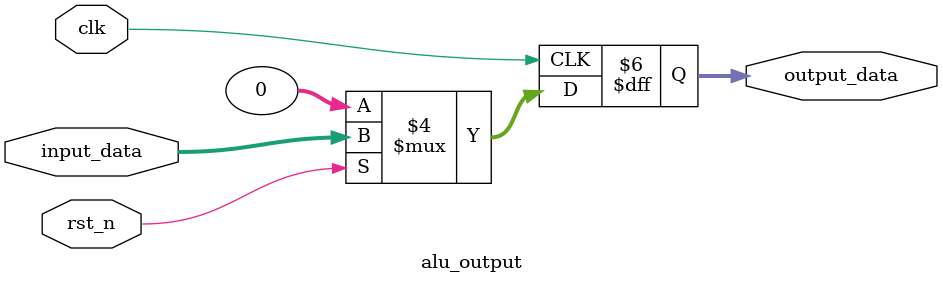
<source format=v>
module alu_output(
    input   [31: 0]     input_data,
    input               clk,
    input               rst_n,
    
    output  reg [31: 0] output_data
);

    always@ (posedge clk)   begin
        if(!rst_n)
            output_data = 32'h00000000;
        else
            output_data = input_data;
    end

endmodule
</source>
